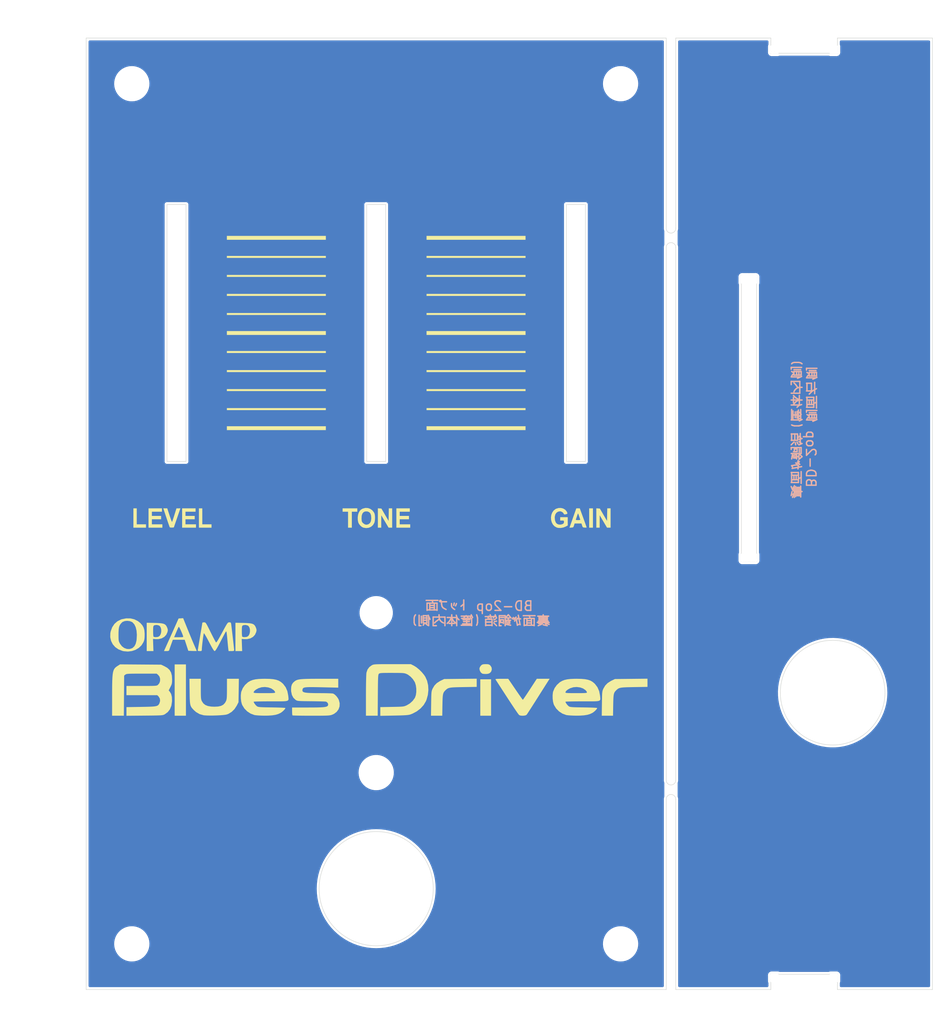
<source format=kicad_pcb>
(kicad_pcb (version 20211014) (generator pcbnew)
  (layers (0 "F.Cu" signal) (31 "B.Cu" signal) (34 "B.Paste" user) (35 "F.Paste" user) (36 "B.SilkS" user "B.Silkscreen") (37 "F.SilkS" user "F.Silkscreen") (38 "B.Mask" user) (39 "F.Mask" user) (44 "Edge.Cuts" user))
  (net 0 "")
  (footprint "myFoot:LevelToneGain" (layer "F.Cu") (at 0 -49.6)
    (fp_text reference "G***" hide)
    (fp_text value "LOGO" hide)
    (fp_poly (pts (xy 3.533913 -0.618435) (xy 2.47374 -0.618435) (xy 2.47374 -0.176695) (xy 3.445566 -0.176695) (xy 3.445566 0.176696) (xy 2.47374 0.176696) (xy 2.47374 0.706783) (xy 3.578087 0.706783) (xy 3.578087 1.060174) (xy 2.120348 1.060174) (xy 2.120348 -0.971826) (xy 3.533913 -0.971826)) (layer "F.SilkS") (width 0) (fill solid))
    (fp_poly (pts (xy 23.332465 -0.963322) (xy 23.5178 -0.949739) (xy 23.895683 -0.300906) (xy 24.273566 0.347928) (xy 24.297954 -0.971826) (xy 24.649044 -0.971826) (xy 24.649044 1.060174) (xy 24.273566 1.059654) (xy 23.88784 0.408349) (xy 23.502115 -0.242956) (xy 23.501318 0.408609) (xy 23.500522 1.060174) (xy 23.147131 1.060174) (xy 23.147131 -0.976906)) (layer "F.SilkS") (width 0) (fill solid))
    (fp_poly (pts (xy -18.288 0.706783) (xy -17.316173 0.706783) (xy -17.316173 1.060174) (xy -18.641391 1.060174) (xy -18.641391 -0.971826) (xy -18.288 -0.971826)) (layer "F.SilkS") (width 0) (fill solid))
    (fp_poly (pts (xy 0.362031 -0.963322) (xy 0.547365 -0.949739) (xy 0.925248 -0.300906) (xy 1.303131 0.347928) (xy 1.327519 -0.971826) (xy 1.678609 -0.971826) (xy 1.678609 1.060174) (xy 1.303131 1.059654) (xy 0.917405 0.408349) (xy 0.53168 -0.242956) (xy 0.530884 0.408609) (xy 0.530087 1.060174) (xy 0.176696 1.060174) (xy 0.176696 -0.976906)) (layer "F.SilkS") (width 0) (fill solid))
    (fp_poly (pts (xy 22.79374 1.060174) (xy 22.396174 1.060174) (xy 22.396174 -0.971826) (xy 22.79374 -0.971826)) (layer "F.SilkS") (width 0) (fill solid))
    (fp_poly (pts (xy -25.17913 0.706783) (xy -24.207304 0.706783) (xy -24.207304 1.060174) (xy -25.532521 1.060174) (xy -25.532521 -0.971826) (xy -25.17913 -0.971826)) (layer "F.SilkS") (width 0) (fill solid))
    (fp_poly (pts (xy -18.994782 -0.618435) (xy -20.054956 -0.618435) (xy -20.054956 -0.176695) (xy -19.08313 -0.176695) (xy -19.08313 0.176696) (xy -20.054956 0.176696) (xy -20.054956 0.706783) (xy -18.950608 0.706783) (xy -18.950608 1.060174) (xy -20.408347 1.060174) (xy -20.408347 -0.971826) (xy -18.994782 -0.971826)) (layer "F.SilkS") (width 0) (fill solid))
    (fp_poly (pts (xy -21.734493 -0.241718) (xy -21.656167 -0.007204) (xy -21.585356 0.192107) (xy -21.526937 0.34349) (xy -21.485787 0.434215) (xy -21.467926 0.454021) (xy -21.445429 0.402159) (xy -21.402115 0.280691) (xy -21.34301 0.104492) (xy -21.27314 -0.111559) (xy -21.221522 -0.27532) (xy -21.004695 -0.970293) (xy -20.79779 -0.971059) (xy -20.590885 -0.971826) (xy -20.936253 0.033131) (xy -21.281621 1.038087) (xy -21.481504 1.051387) (xy -21.611496 1.049511) (xy -21.697056 1.028199) (xy -21.711636 1.015744) (xy -21.733774 0.961347) (xy -21.779323 0.835551) (xy -21.843946 0.650835) (xy -21.923303 0.419676) (xy -22.013054 0.154554) (xy -22.065709 -0.002513) (xy -22.389532 -0.971826) (xy -21.971483 -0.971826)) (layer "F.SilkS") (width 0) (fill solid))
    (fp_poly (pts (xy -1.987826 -0.618435) (xy -2.562087 -0.618435) (xy -2.562087 1.060174) (xy -2.959652 1.060174) (xy -2.959652 -0.618435) (xy -3.533913 -0.618435) (xy -3.533913 -0.971826) (xy -1.987826 -0.971826)) (layer "F.SilkS") (width 0) (fill solid))
    (fp_poly (pts (xy -0.868922 -1.002359) (xy -0.620112 -0.915401) (xy -0.403957 -0.761298) (xy -0.236001 -0.546747) (xy -0.175176 -0.419456) (xy -0.139002 -0.262774) (xy -0.123436 -0.054081) (xy -0.127779 0.172894) (xy -0.151329 0.384425) (xy -0.193386 0.546783) (xy -0.195357 0.551571) (xy -0.339013 0.789636) (xy -0.537433 0.963872) (xy -0.779739 1.069583) (xy -1.055052 1.102071) (xy -1.352495 1.05664) (xy -1.360052 1.054485) (xy -1.519738 0.973094) (xy -1.678968 0.834242) (xy -1.811761 0.665047) (xy -1.889495 0.501815) (xy -1.937554 0.243073) (xy -1.939944 0.094015) (xy -1.53967 0.094015) (xy -1.538526 0.120067) (xy -1.527293 0.292319) (xy -1.507984 0.404184) (xy -1.470104 0.483591) (xy -1.403161 0.558468) (xy -1.357916 0.600732) (xy -1.184751 0.718361) (xy -1.009381 0.749882) (xy -0.820101 0.69702) (xy -0.793684 0.683948) (xy -0.650039 0.565949) (xy -0.559358 0.385318) (xy -0.519479 0.13706) (xy -0.517094 0.044174) (xy -0.539821 -0.228976) (xy -0.610112 -0.430671) (xy -0.731136 -0.565839) (xy -0.90606 -0.639408) (xy -0.962904 -0.649345) (xy -1.174073 -0.642677) (xy -1.339539 -0.562058) (xy -1.457098 -0.410438) (xy -1.524544 -0.190764) (xy -1.53967 0.094015) (xy -1.939944 0.094015) (xy -1.942079 -0.039181) (xy -1.904857 -0.309147) (xy -1.839046 -0.508) (xy -1.735855 -0.695999) (xy -1.622012 -0.823591) (xy -1.471179 -0.917315) (xy -1.402323 -0.948054) (xy -1.134841 -1.015476)) (layer "F.SilkS") (width 0) (fill solid))
    (fp_poly (pts (xy 19.666776 -0.95167) (xy 19.870365 -0.833058) (xy 20.021655 -0.66045) (xy 20.043885 -0.620175) (xy 20.100891 -0.493382) (xy 20.103873 -0.418168) (xy 20.041846 -0.37423) (xy 19.903828 -0.341261) (xy 19.891774 -0.338978) (xy 19.788156 -0.330684) (xy 19.737209 -0.365318) (xy 19.723511 -0.398011) (xy 19.646637 -0.515861) (xy 19.516376 -0.610946) (xy 19.367689 -0.659747) (xy 19.331174 -0.661957) (xy 19.121543 -0.621956) (xy 18.955013 -0.509842) (xy 18.838725 -0.3342) (xy 18.779823 -0.103615) (xy 18.773913 0.007952) (xy 18.802081 0.290103) (xy 18.885398 0.510125) (xy 18.985258 0.633222) (xy 19.134742 0.713407) (xy 19.323023 0.740465) (xy 19.516213 0.71149) (xy 19.58498 0.684654) (xy 19.691485 0.622733) (xy 19.73707 0.55216) (xy 19.74574 0.458793) (xy 19.741204 0.366882) (xy 19.711571 0.323358) (xy 19.632803 0.310134) (xy 19.546957 0.309218) (xy 19.348174 0.309218) (xy 19.348174 -0.044174) (xy 20.143305 -0.044174) (xy 20.143305 0.825263) (xy 19.917414 0.948209) (xy 19.672002 1.044861) (xy 19.402098 1.0908) (xy 19.14081 1.082692) (xy 18.979551 1.042624) (xy 18.756315 0.916331) (xy 18.584165 0.732745) (xy 18.463515 0.506944) (xy 18.394779 0.254006) (xy 18.37837 -0.010992) (xy 18.414701 -0.272971) (xy 18.504186 -0.516854) (xy 18.647238 -0.727562) (xy 18.844271 -0.890019) (xy 18.925397 -0.932387) (xy 19.175974 -1.006447) (xy 19.429207 -1.01117)) (layer "F.SilkS") (width 0) (fill solid))
    (fp_poly (pts (xy -22.528695 -0.618435) (xy -23.588869 -0.618435) (xy -23.588869 -0.176695) (xy -22.617043 -0.176695) (xy -22.617043 0.176696) (xy -23.588869 0.176696) (xy -23.588869 0.706783) (xy -22.484521 0.706783) (xy -22.484521 1.060174) (xy -23.94226 1.060174) (xy -23.94226 -0.971826) (xy -22.528695 -0.971826)) (layer "F.SilkS") (width 0) (fill solid))
    (fp_poly (pts (xy 21.770052 0.019659) (xy 21.871174 0.298413) (xy 21.961369 0.549116) (xy 22.036461 0.759993) (xy 22.092277 0.919273) (xy 22.124643 1.015183) (xy 22.131131 1.038079) (xy 22.091663 1.051266) (xy 21.991318 1.054467) (xy 21.923271 1.051551) (xy 21.798633 1.039535) (xy 21.729087 1.008867) (xy 21.686102 0.936193) (xy 21.650472 0.828261) (xy 21.585533 0.618435) (xy 20.865598 0.618435) (xy 20.800659 0.828261) (xy 20.758078 0.953108) (xy 20.712473 1.016687) (xy 20.635461 1.042362) (xy 20.529458 1.051486) (xy 20.323196 1.064884) (xy 20.546833 0.433051) (xy 20.625781 0.209826) (xy 20.993506 0.209826) (xy 21.008427 0.243117) (xy 21.091228 0.260647) (xy 21.225566 0.265044) (xy 21.37555 0.259096) (xy 21.448489 0.239569) (xy 21.457625 0.209826) (xy 21.434261 0.142249) (xy 21.392274 0.017344) (xy 21.340607 -0.13828) (xy 21.338863 -0.143565) (xy 21.288684 -0.289765) (xy 21.248521 -0.396092) (xy 21.226416 -0.44138) (xy 21.225566 -0.441739) (xy 21.205542 -0.403182) (xy 21.166715 -0.301623) (xy 21.117126 -0.158229) (xy 21.112269 -0.143565) (xy 21.060437 0.012612) (xy 21.017994 0.138938) (xy 20.993882 0.208803) (xy 20.993506 0.209826) (xy 20.625781 0.209826) (xy 20.639415 0.171275) (xy 20.734993 -0.099326) (xy 20.823433 -0.350036) (xy 20.894599 -0.55214) (xy 20.906255 -0.585304) (xy 21.042041 -0.971826) (xy 21.408972 -0.971826)) (layer "F.SilkS") (width 0) (fill solid))
  )
  (footprint "myFoot:kado" (layer "F.Cu") (at 38.4 -75 180)
    (fp_text reference "r" hide)
    (fp_text value "h" hide)
    (pad "" np_thru_hole oval (at -0.1 -0.4 180) (size 0.3 0.9) (drill oval 0.3 0.9) (layers F&B.Cu *.Mask))
    (pad "" np_thru_hole oval (at -0.4 -0.1 90) (size 0.3 0.9) (drill oval 0.3 0.9) (layers F&B.Cu *.Mask))
  )
  (footprint "myFoot:Hole_0.4mm" (layer "F.Cu") (at 25.7 -95.2)
    (fp_text reference "r" hide)
    (fp_text value "h" hide)
    (pad "" np_thru_hole circle locked (at 0 0) (size 3.2 3.2) (drill 3.2) (layers F&B.Cu *.Mask))
  )
  (footprint "myFoot:kado" (layer "F.Cu") (at 38.4 -45 -90)
    (fp_text reference "r" hide)
    (fp_text value "h" hide)
    (pad "" np_thru_hole oval (at -0.1 -0.4 270) (size 0.3 0.9) (drill oval 0.3 0.9) (layers F&B.Cu *.Mask))
    (pad "" np_thru_hole oval (at -0.4 -0.1 180) (size 0.3 0.9) (drill oval 0.3 0.9) (layers F&B.Cu *.Mask))
  )
  (footprint "myFoot:kado" (layer "F.Cu") (at 40 -45)
    (fp_text reference "r" hide)
    (fp_text value "h" hide)
    (pad "" np_thru_hole oval (at -0.4 -0.1 270) (size 0.3 0.9) (drill oval 0.3 0.9) (layers F&B.Cu *.Mask))
    (pad "" np_thru_hole oval (at -0.1 -0.4) (size 0.3 0.9) (drill oval 0.3 0.9) (layers F&B.Cu *.Mask))
  )
  (footprint "myFoot:Hole_0.4mm" (layer "F.Cu") (at 0 -22.8)
    (fp_text reference "r" hide)
    (fp_text value "h" hide)
    (pad "" np_thru_hole circle locked (at 0 0) (size 3.2 3.2) (drill 3.2) (layers F&B.Cu *.Mask))
  )
  (footprint "myFoot:kado" (layer "F.Cu") (at 41.5 -1.6 180)
    (fp_text reference "r" hide)
    (fp_text value "h" hide)
    (pad "" np_thru_hole oval (at -0.4 -0.1 90) (size 0.3 0.9) (drill oval 0.3 0.9) (layers F&B.Cu *.Mask))
    (pad "" np_thru_hole oval (at -0.1 -0.4 180) (size 0.3 0.9) (drill oval 0.3 0.9) (layers F&B.Cu *.Mask))
  )
  (footprint "myFoot:kado" (layer "F.Cu") (at 40 -75 90)
    (fp_text reference "r" hide)
    (fp_text value "h" hide)
    (pad "" np_thru_hole oval (at -0.4 -0.1) (size 0.3 0.9) (drill oval 0.3 0.9) (layers F&B.Cu *.Mask))
    (pad "" np_thru_hole oval (at -0.1 -0.4 90) (size 0.3 0.9) (drill oval 0.3 0.9) (layers F&B.Cu *.Mask))
  )
  (footprint "myFoot:Hole_0.4mm" (layer "F.Cu") (at 25.7 -4.8)
    (fp_text reference "r" hide)
    (fp_text value "h" hide)
    (pad "" np_thru_hole circle locked (at 0 0) (size 3.2 3.2) (drill 3.2) (layers F&B.Cu *.Mask))
  )
  (footprint "myFoot:kado" (layer "F.Cu") (at 48.5 -1.6 90)
    (fp_text reference "r" hide)
    (fp_text value "h" hide)
    (pad "" np_thru_hole oval (at -0.4 -0.1) (size 0.3 0.9) (drill oval 0.3 0.9) (layers F&B.Cu *.Mask))
    (pad "" np_thru_hole oval (at -0.1 -0.4 90) (size 0.3 0.9) (drill oval 0.3 0.9) (layers F&B.Cu *.Mask))
  )
  (footprint "myFoot:Hole_0.4mm" (layer "F.Cu") (at -25.7 -95.2)
    (fp_text reference "r" hide)
    (fp_text value "h" hide)
    (pad "" np_thru_hole circle locked (at 0 0) (size 3.2 3.2) (drill 3.2) (layers F&B.Cu *.Mask))
  )
  (footprint "myFoot:kado" (layer "F.Cu") (at 41.5 -98.4 -90)
    (fp_text reference "r" hide)
    (fp_text value "h" hide)
    (pad "" np_thru_hole oval (at -0.4 -0.1 180) (size 0.3 0.9) (drill oval 0.3 0.9) (layers F&B.Cu *.Mask))
    (pad "" np_thru_hole oval (at -0.1 -0.4 270) (size 0.3 0.9) (drill oval 0.3 0.9) (layers F&B.Cu *.Mask))
  )
  (footprint "myFoot:bd2op" (layer "F.Cu") (at 0 -33.9)
    (fp_text reference "G***" hide)
    (fp_text value "LOGO" hide)
    (fp_poly (pts (xy -13.967304 -4.628807) (xy -13.582856 -4.616158) (xy -13.29014 -4.593039) (xy -13.07313 -4.553575) (xy -12.915802 -4.491895) (xy -12.802129 -4.402125) (xy -12.716086 -4.278392) (xy -12.655096 -4.147922) (xy -12.595267 -3.977531) (xy -12.584308 -3.839521) (xy -12.617631 -3.672597) (xy -12.6191 -3.667121) (xy -12.74793 -3.382764) (xy -12.957481 -3.159342) (xy -13.234521 -3.004819) (xy -13.565819 -2.927163) (xy -13.851886 -2.924952) (xy -14.141773 -2.948991) (xy -14.119004 -2.310377) (xy -14.096235 -1.671762) (xy -14.803185 -1.671762) (xy -14.803185 -3.75058) (xy -14.129087 -3.75058) (xy -14.124267 -3.467807) (xy -14.109031 -3.282382) (xy -14.08222 -3.184193) (xy -14.061678 -3.163529) (xy -13.895421 -3.134092) (xy -13.69387 -3.147327) (xy -13.563748 -3.181398) (xy -13.423989 -3.286943) (xy -13.328377 -3.461779) (xy -13.278113 -3.677337) (xy -13.274399 -3.905047) (xy -13.318437 -4.11634) (xy -13.41143 -4.282646) (xy -13.514139 -4.36072) (xy -13.737013 -4.41759) (xy -13.952839 -4.39602) (xy -14.024777 -4.366255) (xy -14.072083 -4.330037) (xy -14.10259 -4.268211) (xy -14.119873 -4.159675) (xy -14.127509 -3.983323) (xy -14.129087 -3.75058) (xy -14.803185 -3.75058) (xy -14.803185 -4.646785)) (layer "F.SilkS") (width 0) (fill solid))
    (fp_poly (pts (xy -15.340553 -4.684814) (xy -15.2841 -4.645229) (xy -15.254757 -4.544663) (xy -15.239667 -4.435563) (xy -15.205259 -4.155316) (xy -15.166591 -3.832019) (xy -15.125618 -3.482947) (xy -15.084297 -3.125375) (xy -15.044584 -2.776577) (xy -15.008437 -2.453829) (xy -14.97781 -2.174407) (xy -14.954661 -1.955585) (xy -14.940945 -1.814639) (xy -14.938004 -1.771779) (xy -14.953558 -1.713355) (xy -15.016896 -1.683085) (xy -15.153033 -1.672438) (xy -15.231303 -1.671762) (xy -15.524602 -1.671762) (xy -15.55444 -1.900955) (xy -15.571167 -2.047116) (xy -15.593811 -2.269004) (xy -15.619231 -2.534872) (xy -15.641161 -2.777282) (xy -15.66629 -3.048787) (xy -15.691565 -3.297273) (xy -15.713891 -3.493677) (xy -15.728992 -3.602387) (xy -15.753585 -3.716731) (xy -15.78178 -3.737518) (xy -15.831432 -3.67829) (xy -15.877639 -3.600136) (xy -15.96422 -3.442573) (xy -16.082316 -3.222154) (xy -16.223067 -2.955432) (xy -16.377613 -2.65896) (xy -16.395722 -2.623992) (xy -16.579858 -2.273598) (xy -16.724104 -2.01228) (xy -16.833921 -1.831254) (xy -16.914767 -1.721737) (xy -16.972104 -1.674946) (xy -16.987639 -1.671762) (xy -17.037669 -1.698525) (xy -17.109318 -1.784632) (xy -17.208 -1.938816) (xy -17.339128 -2.169807) (xy -17.508118 -2.486336) (xy -17.588546 -2.640819) (xy -17.743096 -2.933109) (xy -17.881195 -3.182509) (xy -17.995304 -3.376325) (xy -18.077881 -3.50186) (xy -18.12139 -3.546419) (xy -18.124962 -3.54411) (xy -18.145413 -3.464719) (xy -18.173497 -3.30184) (xy -18.206218 -3.079314) (xy -18.240584 -2.820984) (xy -18.273599 -2.550692) (xy -18.30227 -2.29228) (xy -18.323602 -2.06959) (xy -18.334602 -1.906464) (xy -18.335457 -1.867936) (xy -18.341568 -1.742352) (xy -18.380648 -1.686545) (xy -18.48381 -1.672218) (xy -18.551168 -1.671762) (xy -18.686281 -1.681073) (xy -18.761399 -1.704331) (xy -18.766879 -1.71372) (xy -18.75819 -1.776033) (xy -18.733691 -1.930386) (xy -18.695737 -2.162501) (xy -18.646681 -2.458102) (xy -18.588877 -2.802913) (xy -18.52468 -3.182658) (xy -18.524579 -3.183252) (xy -18.460367 -3.562945) (xy -18.402519 -3.907636) (xy -18.353392 -4.203069) (xy -18.315343 -4.434987) (xy -18.290728 -4.589133) (xy -18.281904 -4.651249) (xy -18.281904 -4.651274) (xy -18.234362 -4.678588) (xy -18.118759 -4.691553) (xy -18.102479 -4.69172) (xy -18.04228 -4.689626) (xy -17.990749 -4.675274) (xy -17.939798 -4.636562) (xy -17.881343 -4.561385) (xy -17.807299 -4.43764) (xy -17.709581 -4.253223) (xy -17.580104 -3.996031) (xy -17.415079 -3.662655) (xy -17.261219 -3.354558) (xy -17.120154 -3.078401) (xy -16.999829 -2.849237) (xy -16.908194 -2.682123) (xy -16.853197 -2.592114) (xy -16.844596 -2.582023) (xy -16.80538 -2.596229) (xy -16.734457 -2.683187) (xy -16.628396 -2.848392) (xy -16.483767 -3.097342) (xy -16.297141 -3.435532) (xy -16.202412 -3.611088) (xy -16.015676 -3.958173) (xy -15.871712 -4.221647) (xy -15.762468 -4.413028) (xy -15.679891 -4.543835) (xy -15.615931 -4.625588) (xy -15.562534 -4.669804) (xy -15.511649 -4.688002) (xy -15.455225 -4.691703) (xy -15.447027 -4.69172)) (layer "F.SilkS") (width 0) (fill solid))
    (fp_poly (pts (xy -23.296816 -4.628807) (xy -22.912367 -4.616158) (xy -22.619651 -4.593039) (xy -22.402642 -4.553575) (xy -22.245314 -4.491895) (xy -22.131641 -4.402125) (xy -22.045598 -4.278392) (xy -21.984608 -4.147922) (xy -21.924778 -3.977531) (xy -21.91382 -3.839521) (xy -21.947143 -3.672597) (xy -21.948612 -3.667121) (xy -22.077442 -3.382764) (xy -22.286992 -3.159342) (xy -22.564033 -3.004819) (xy -22.89533 -2.927163) (xy -23.181398 -2.924952) (xy -23.471285 -2.948991) (xy -23.448516 -2.310377) (xy -23.425747 -1.671762) (xy -24.132697 -1.671762) (xy -24.132697 -3.75058) (xy -23.458599 -3.75058) (xy -23.453778 -3.467807) (xy -23.438543 -3.282382) (xy -23.411731 -3.184193) (xy -23.391189 -3.163529) (xy -23.224932 -3.134092) (xy -23.023382 -3.147327) (xy -22.893259 -3.181398) (xy -22.7535 -3.286943) (xy -22.657888 -3.461779) (xy -22.607624 -3.677337) (xy -22.603911 -3.905047) (xy -22.647949 -4.11634) (xy -22.740941 -4.282646) (xy -22.843651 -4.36072) (xy -23.066524 -4.41759) (xy -23.282351 -4.39602) (xy -23.354289 -4.366255) (xy -23.401594 -4.330037) (xy -23.432101 -4.268211) (xy -23.449385 -4.159675) (xy -23.45702 -3.983323) (xy -23.458599 -3.75058) (xy -24.132697 -3.75058) (xy -24.132697 -4.646785)) (layer "F.SilkS") (width 0) (fill solid))
    (fp_poly (pts (xy -25.853199 -5.10547) (xy -25.433229 -5.007764) (xy -25.053643 -4.819213) (xy -24.786001 -4.602509) (xy -24.588872 -4.376969) (xy -24.457521 -4.143541) (xy -24.381661 -3.873854) (xy -24.351004 -3.539538) (xy -24.349053 -3.397452) (xy -24.354569 -3.126148) (xy -24.374307 -2.926204) (xy -24.414103 -2.761453) (xy -24.477673 -2.60043) (xy -24.681489 -2.273327) (xy -24.96324 -2.005042) (xy -25.306398 -1.802339) (xy -25.694434 -1.671986) (xy -26.110819 -1.620746) (xy -26.539026 -1.655386) (xy -26.698078 -1.691573) (xy -27.105266 -1.851671) (xy -27.442619 -2.087055) (xy -27.703325 -2.386141) (xy -27.880569 -2.737342) (xy -27.967538 -3.129073) (xy -27.960434 -3.424416) (xy -27.098726 -3.424416) (xy -27.097714 -3.135597) (xy -27.091888 -2.929729) (xy -27.077062 -2.781913) (xy -27.04905 -2.667244) (xy -27.003667 -2.560823) (xy -26.936726 -2.437747) (xy -26.931253 -2.428091) (xy -26.738131 -2.175827) (xy -26.497434 -1.996881) (xy -26.229123 -1.897578) (xy -25.953162 -1.884242) (xy -25.689512 -1.963199) (xy -25.610205 -2.009523) (xy -25.424571 -2.184324) (xy -25.293393 -2.430621) (xy -25.211135 -2.760281) (xy -25.191973 -2.905912) (xy -25.168312 -3.383995) (xy -25.202096 -3.81155) (xy -25.290294 -4.177605) (xy -25.429879 -4.471187) (xy -25.617822 -4.68132) (xy -25.696603 -4.734352) (xy -25.926685 -4.821217) (xy -26.186964 -4.850465) (xy -26.441267 -4.823683) (xy -26.653418 -4.742456) (xy -26.724738 -4.689275) (xy -26.869597 -4.536844) (xy -26.972676 -4.378337) (xy -27.040503 -4.191675) (xy -27.079607 -3.954777) (xy -27.096516 -3.645565) (xy -27.098726 -3.424416) (xy -27.960434 -3.424416) (xy -27.957419 -3.549748) (xy -27.915333 -3.761459) (xy -27.758795 -4.181734) (xy -27.524981 -4.529135) (xy -27.217614 -4.799623) (xy -26.84042 -4.989158) (xy -26.758253 -5.016587) (xy -26.299543 -5.109392)) (layer "F.SilkS") (width 0) (fill solid))
    (fp_poly (pts (xy -18.443312 2.30187) (xy -18.442416 2.672401) (xy -18.438716 2.952525) (xy -18.430697 3.159685) (xy -18.416841 3.311322) (xy -18.395633 3.424878) (xy -18.365556 3.517794) (xy -18.330828 3.595761) (xy -18.18052 3.824366) (xy -17.974547 3.991661) (xy -17.701346 4.102754) (xy -17.349354 4.162752) (xy -17.014225 4.177359) (xy -16.624851 4.157847) (xy -16.320702 4.090837) (xy -16.086966 3.969149) (xy -15.90883 3.7856) (xy -15.79492 3.5862) (xy -15.759867 3.497431) (xy -15.73393 3.393369) (xy -15.715771 3.257004) (xy -15.704053 3.071324) (xy -15.697437 2.819319) (xy -15.694585 2.483979) (xy -15.694178 2.305414) (xy -15.692994 1.24034) (xy -14.441117 1.24034) (xy -14.460368 2.472655) (xy -14.479618 3.704969) (xy -14.668365 4.074254) (xy -14.902657 4.43107) (xy -15.200103 4.721488) (xy -15.542253 4.929196) (xy -15.705622 4.991251) (xy -15.869177 5.024626) (xy -16.116837 5.053412) (xy -16.424918 5.076828) (xy -16.769736 5.094092) (xy -17.127609 5.10442) (xy -17.474852 5.107032) (xy -17.787782 5.101144) (xy -18.042715 5.085976) (xy -18.157211 5.072217) (xy -18.572255 4.955022) (xy -18.941691 4.741043) (xy -19.168205 4.540183) (xy -19.29452 4.408004) (xy -19.393635 4.291375) (xy -19.469049 4.175098) (xy -19.524257 4.043975) (xy -19.562757 3.882811) (xy -19.588046 3.676407) (xy -19.60362 3.409567) (xy -19.612977 3.067093) (xy -19.619613 2.633788) (xy -19.620391 2.575053) (xy -19.638023 1.24034) (xy -18.443312 1.24034)) (layer "F.SilkS") (width 0) (fill solid))
    (fp_poly (pts (xy -19.846779 -4.006614) (xy -19.695718 -3.635555) (xy -19.539488 -3.25602) (xy -19.388943 -2.894077) (xy -19.254933 -2.575791) (xy -19.148311 -2.327232) (xy -19.133946 -2.294368) (xy -19.033467 -2.063942) (xy -18.951132 -1.872418) (xy -18.895402 -1.739665) (xy -18.874736 -1.685556) (xy -18.874735 -1.6855) (xy -18.92441 -1.678946) (xy -19.056636 -1.677336) (xy -19.246215 -1.68081) (xy -19.316177 -1.683063) (xy -19.757618 -1.698726) (xy -19.947992 -2.27845) (xy -20.138365 -2.858174) (xy -21.385355 -2.858174) (xy -21.555644 -2.386306) (xy -21.635057 -2.163424) (xy -21.703105 -1.967295) (xy -21.749279 -1.828421) (xy -21.760019 -1.7931) (xy -21.796098 -1.718811) (xy -21.870351 -1.682727) (xy -22.014114 -1.671997) (xy -22.055926 -1.671762) (xy -22.317747 -1.671762) (xy -21.777178 -2.871656) (xy -21.661877 -3.127813) (xy -21.249006 -3.127813) (xy -20.759298 -3.127813) (xy -20.52871 -3.128844) (xy -20.386974 -3.135344) (xy -20.315084 -3.152424) (xy -20.294037 -3.185195) (xy -20.304829 -3.238766) (xy -20.308095 -3.249151) (xy -20.373434 -3.434273) (xy -20.456247 -3.639958) (xy -20.546095 -3.843907) (xy -20.632543 -4.023821) (xy -20.705154 -4.157402) (xy -20.753492 -4.222352) (xy -20.764191 -4.223652) (xy -20.804864 -4.154545) (xy -20.871764 -4.015163) (xy -20.950661 -3.835214) (xy -20.953327 -3.828875) (xy -21.040313 -3.621946) (xy -21.121655 -3.428822) (xy -21.174763 -3.303079) (xy -21.249006 -3.127813) (xy -21.661877 -3.127813) (xy -21.610655 -3.241609) (xy -21.444321 -3.611727) (xy -21.288077 -3.959938) (xy -21.151822 -4.264168) (xy -21.045457 -4.502344) (xy -21.009196 -4.583864) (xy -20.781785 -5.096178) (xy -20.541093 -5.112134) (xy -20.300402 -5.12809)) (layer "F.SilkS") (width 0) (fill solid))
    (fp_poly (pts (xy 12.07983 5.123142) (xy 10.947346 5.123142) (xy 10.947346 1.294268) (xy 12.07983 1.294268)) (layer "F.SilkS") (width 0) (fill solid))
    (fp_poly (pts (xy 18.142699 1.388641) (xy 18.092214 1.467203) (xy 17.991212 1.625746) (xy 17.846795 1.853073) (xy 17.666065 2.137989) (xy 17.456123 2.469299) (xy 17.224071 2.835807) (xy 16.977009 3.226318) (xy 16.971096 3.235669) (xy 16.724853 3.62406) (xy 16.494022 3.986275) (xy 16.285556 4.311542) (xy 16.10641 4.589089) (xy 15.963536 4.808145) (xy 15.86389 4.957938) (xy 15.814425 5.027696) (xy 15.813502 5.028769) (xy 15.70754 5.085196) (xy 15.536536 5.117668) (xy 15.340918 5.124782) (xy 15.161117 5.105137) (xy 15.037561 5.057332) (xy 15.035502 5.055732) (xy 14.97331 4.985407) (xy 14.859909 4.832121) (xy 14.694408 4.594548) (xy 14.475915 4.271362) (xy 14.203539 3.861238) (xy 13.876387 3.362849) (xy 13.493568 2.77487) (xy 13.285435 2.453716) (xy 13.087226 2.147323) (xy 12.907401 1.869062) (xy 12.754648 1.632402) (xy 12.637657 1.450812) (xy 12.565118 1.337762) (xy 12.546126 1.307749) (xy 12.551502 1.27912) (xy 12.617279 1.259554) (xy 12.756271 1.247753) (xy 12.981295 1.242416) (xy 13.195649 1.241826) (xy 13.886412 1.243312) (xy 14.638368 2.347346) (xy 14.846233 2.650767) (xy 15.034474 2.922171) (xy 15.194567 3.14954) (xy 15.317987 3.320857) (xy 15.396209 3.424105) (xy 15.420322 3.449658) (xy 15.456832 3.405922) (xy 15.543538 3.28391) (xy 15.67209 3.095931) (xy 15.834142 2.854293) (xy 16.021345 2.571306) (xy 16.170099 2.344138) (xy 16.88988 1.24034) (xy 18.240005 1.24034)) (layer "F.SilkS") (width 0) (fill solid))
    (fp_poly (pts (xy -3.990658 2.17271) (xy -5.704616 2.133758) (xy -6.21982 2.122854) (xy -6.637797 2.116677) (xy -6.969117 2.116347) (xy -7.224347 2.122985) (xy -7.414055 2.137713) (xy -7.548812 2.16165) (xy -7.639185 2.195918) (xy -7.695743 2.241637) (xy -7.729054 2.299928) (xy -7.74452 2.350082) (xy -7.761481 2.45337) (xy -7.749162 2.537429) (xy -7.698256 2.604194) (xy -7.599456 2.655602) (xy -7.443453 2.693587) (xy -7.22094 2.720086) (xy -6.922611 2.737033) (xy -6.539156 2.746363) (xy -6.06127 2.750013) (xy -5.819804 2.750318) (xy -5.467405 2.752448) (xy -5.14555 2.758405) (xy -4.871973 2.767539) (xy -4.664409 2.7792) (xy -4.540591 2.792739) (xy -4.519965 2.797936) (xy -4.357005 2.899212) (xy -4.183683 3.068381) (xy -4.029009 3.272923) (xy -3.930274 3.459009) (xy -3.84123 3.80724) (xy -3.853482 4.142859) (xy -3.960489 4.451183) (xy -4.155712 4.717531) (xy -4.43261 4.92722) (xy -4.623557 5.015417) (xy -4.705864 5.043929) (xy -4.792666 5.066934) (xy -4.89603 5.085021) (xy -5.02802 5.098774) (xy -5.200704 5.10878) (xy -5.426148 5.115624) (xy -5.716419 5.119892) (xy -6.083581 5.122171) (xy -6.539703 5.123047) (xy -6.841868 5.123142) (xy -7.287921 5.122171) (xy -7.699554 5.11941) (xy -8.064401 5.115083) (xy -8.37009 5.109418) (xy -8.604255 5.10264) (xy -8.754526 5.094977) (xy -8.80821 5.08719) (xy -8.825726 5.019226) (xy -8.838521 4.873408) (xy -8.844096 4.679717) (xy -8.844162 4.655768) (xy -8.844162 4.260297) (xy -7.185881 4.259996) (xy -6.658454 4.258579) (xy -6.228382 4.253806) (xy -5.885191 4.244584) (xy -5.618404 4.229819) (xy -5.417546 4.208417) (xy -5.272141 4.179284) (xy -5.171714 4.141325) (xy -5.105788 4.093448) (xy -5.066016 4.03861) (xy -5.049017 3.906146) (xy -5.110301 3.770269) (xy -5.228152 3.667978) (xy -5.29909 3.641522) (xy -5.383966 3.6337) (xy -5.561075 3.625682) (xy -5.814798 3.617885) (xy -6.129515 3.610723) (xy -6.489605 3.604611) (xy -6.852931 3.60022) (xy -7.282913 3.595812) (xy -7.618809 3.591175) (xy -7.874382 3.585053) (xy -8.063397 3.576192) (xy -8.199618 3.563335) (xy -8.296809 3.545229) (xy -8.368734 3.520618) (xy -8.429157 3.488246) (xy -8.485168 3.45138) (xy -8.712673 3.233337) (xy -8.865848 2.93994) (xy -8.942664 2.57587) (xy -8.951816 2.375717) (xy -8.933259 2.072306) (xy -8.869389 1.842514) (xy -8.747389 1.657117) (xy -8.565632 1.495237) (xy -8.472032 1.432485) (xy -8.366721 1.380791) (xy -8.238816 1.339115) (xy -8.077435 1.306413) (xy -7.871695 1.281646) (xy -7.610714 1.263771) (xy -7.283611 1.251747) (xy -6.879502 1.244533) (xy -6.387506 1.241086) (xy -5.902441 1.24034) (xy -3.990658 1.24034)) (layer "F.SilkS") (width 0) (fill solid))
    (fp_poly (pts (xy -24.77983 -0.258245) (xy -22.622718 -0.242675) (xy -22.284217 -0.086358) (xy -21.962522 0.09586) (xy -21.728647 0.312234) (xy -21.57353 0.578031) (xy -21.488112 0.908518) (xy -21.46327 1.296935) (xy -21.46708 1.539427) (xy -21.48439 1.714348) (xy -21.524024 1.861879) (xy -21.594803 2.022204) (xy -21.643392 2.117348) (xy -21.823513 2.462915) (xy -21.699167 2.607476) (xy -21.563965 2.835911) (xy -21.48827 3.141074) (xy -21.470598 3.52979) (xy -21.475035 3.640127) (xy -21.541086 4.077454) (xy -21.688133 4.444049) (xy -21.916973 4.741295) (xy -22.228399 4.970576) (xy -22.245223 4.97978) (xy -22.306378 5.010666) (xy -22.371414 5.035689) (xy -22.452061 5.055582) (xy -22.560051 5.07108) (xy -22.707116 5.082918) (xy -22.904986 5.091828) (xy -23.165393 5.098545) (xy -23.500067 5.103804) (xy -23.920741 5.108338) (xy -24.36189 5.112231) (xy -26.262845 5.128283) (xy -26.262845 4.22021) (xy -24.739385 4.19631) (xy -24.254209 4.187898) (xy -23.864922 4.177942) (xy -23.559558 4.164086) (xy -23.326153 4.143977) (xy -23.152743 4.115259) (xy -23.027363 4.075575) (xy -22.938048 4.022572) (xy -22.872834 3.953894) (xy -22.819756 3.867186) (xy -22.792422 3.813048) (xy -22.723372 3.565019) (xy -22.751715 3.324198) (xy -22.873979 3.115267) (xy -22.89348 3.094824) (xy -23.022274 2.96603) (xy -26.262845 2.96603) (xy -26.262845 1.995329) (xy -24.679247 1.995329) (xy -24.223355 1.995017) (xy -23.862767 1.993544) (xy -23.584932 1.990104) (xy -23.377298 1.98389) (xy -23.227314 1.974097) (xy -23.12243 1.959919) (xy -23.050094 1.940549) (xy -22.997756 1.915181) (xy -22.954855 1.88458) (xy -22.805215 1.704875) (xy -22.727526 1.478254) (xy -22.722677 1.23614) (xy -22.791556 1.009957) (xy -22.925292 0.839132) (xy -23.08938 0.701062) (xy -24.670138 0.701062) (xy -25.126843 0.701457) (xy -25.488131 0.703145) (xy -25.766442 0.706876) (xy -25.974214 0.713399) (xy -26.123885 0.723465) (xy -26.227894 0.737825) (xy -26.298679 0.75723) (xy -26.348677 0.782428) (xy -26.378209 0.80411) (xy -26.50552 0.907158) (xy -26.53611 5.123142) (xy -27.772824 5.123142) (xy -27.7717 3.060403) (xy -27.770353 2.435079) (xy -27.765848 1.907768) (xy -27.756381 1.468636) (xy -27.740149 1.10785) (xy -27.715348 0.815575) (xy -27.680175 0.581978) (xy -27.632826 0.397225) (xy -27.571498 0.251482) (xy -27.494388 0.134915) (xy -27.39969 0.03769) (xy -27.285603 -0.050027) (xy -27.189641 -0.113324) (xy -26.936943 -0.273815)) (layer "F.SilkS") (width 0) (fill solid))
    (fp_poly (pts (xy 11.716416 -0.290719) (xy 11.845737 -0.265816) (xy 11.941827 -0.211012) (xy 12.004481 -0.153789) (xy 12.126632 0.035646) (xy 12.159274 0.249641) (xy 12.101956 0.456998) (xy 12.015001 0.574692) (xy 11.891901 0.669932) (xy 11.740451 0.719004) (xy 11.584499 0.735424) (xy 11.390292 0.734775) (xy 11.21805 0.714202) (xy 11.154341 0.6968) (xy 11.015206 0.592602) (xy 10.909947 0.423249) (xy 10.859254 0.230633) (xy 10.865522 0.1121) (xy 10.929261 -0.033271) (xy 11.03538 -0.168493) (xy 11.132142 -0.241879) (xy 11.247177 -0.28096) (xy 11.417103 -0.295482) (xy 11.516707 -0.296603)) (layer "F.SilkS") (width 0) (fill solid))
    (fp_poly (pts (xy -11.210978 1.250982) (xy -10.82418 1.284316) (xy -10.508803 1.345756) (xy -10.247394 1.440312) (xy -10.0225 1.572991) (xy -9.816668 1.7488) (xy -9.777153 1.78865) (xy -9.518317 2.132209) (xy -9.341503 2.540253) (xy -9.251275 3.002214) (xy -9.250799 3.007362) (xy -9.233242 3.168757) (xy -9.219918 3.298859) (xy -9.220955 3.401012) (xy -9.246477 3.478559) (xy -9.306613 3.534842) (xy -9.411489 3.573206) (xy -9.571231 3.596992) (xy -9.795965 3.609545) (xy -10.09582 3.614207) (xy -10.48092 3.614322) (xy -10.961393 3.613233) (xy -11.0858 3.613163) (xy -11.514529 3.614327) (xy -11.906794 3.617629) (xy -12.250111 3.622791) (xy -12.531996 3.629531) (xy -12.739963 3.637571) (xy -12.861528 3.64663) (xy -12.888546 3.653609) (xy -12.852969 3.753685) (xy -12.764861 3.890565) (xy -12.651114 4.028081) (xy -12.538621 4.130066) (xy -12.529838 4.13603) (xy -12.47449 4.165915) (xy -12.401367 4.189445) (xy -12.297142 4.207588) (xy -12.148487 4.221315) (xy -11.942075 4.231597) (xy -11.664579 4.239403) (xy -11.302674 4.245705) (xy -10.963357 4.25008) (xy -10.58497 4.256241) (xy -10.24463 4.265028) (xy -9.956416 4.275815) (xy -9.734406 4.287973) (xy -9.59268 4.300874) (xy -9.545223 4.313352) (xy -9.585493 4.403335) (xy -9.689633 4.529093) (xy -9.83264 4.665295) (xy -9.989511 4.786608) (xy -10.050469 4.825248) (xy -10.298239 4.94381) (xy -10.588477 5.029364) (xy -10.93789 5.084773) (xy -11.36318 5.112903) (xy -11.756264 5.117759) (xy -12.062829 5.111663) (xy -12.355693 5.09761) (xy -12.605868 5.077541) (xy -12.784366 5.053393) (xy -12.814138 5.047008) (xy -13.209899 4.89942) (xy -13.565938 4.66654) (xy -13.86281 4.365322) (xy -14.081071 4.012718) (xy -14.127289 3.902194) (xy -14.194831 3.638372) (xy -14.231828 3.317015) (xy -14.236286 2.984597) (xy -14.20621 2.687593) (xy -14.202112 2.669427) (xy -12.888748 2.669427) (xy -12.87582 2.696735) (xy -12.828462 2.717258) (xy -12.733815 2.731915) (xy -12.579017 2.741625) (xy -12.351208 2.747306) (xy -12.037527 2.749877) (xy -11.756264 2.750318) (xy -11.376279 2.749536) (xy -11.090976 2.746518) (xy -10.887185 2.740264) (xy -10.75174 2.729771) (xy -10.67147 2.714036) (xy -10.63321 2.692056) (xy -10.623779 2.664099) (xy -10.66083 2.5748) (xy -10.753055 2.458918) (xy -10.785998 2.426345) (xy -11.041288 2.255517) (xy -11.35761 2.147032) (xy -11.705584 2.104425) (xy -12.055831 2.131232) (xy -12.37897 2.230987) (xy -12.385293 2.233908) (xy -12.630056 2.367985) (xy -12.800295 2.504107) (xy -12.88293 2.63096) (xy -12.888748 2.669427) (xy -14.202112 2.669427) (xy -14.183698 2.587795) (xy -14.031122 2.223937) (xy -13.79305 1.889661) (xy -13.491838 1.615438) (xy -13.447868 1.58489) (xy -13.228145 1.458594) (xy -12.985542 1.364861) (xy -12.701455 1.300056) (xy -12.35728 1.260543) (xy -11.934415 1.242688) (xy -11.686651 1.240747)) (layer "F.SilkS") (width 0) (fill solid))
    (fp_poly (pts (xy 10.569851 2.093797) (xy 9.18121 2.114801) (xy 8.724496 2.122677) (xy 8.361773 2.132425) (xy 8.079176 2.146287) (xy 7.862842 2.166508) (xy 7.698906 2.195332) (xy 7.573504 2.235002) (xy 7.472772 2.287763) (xy 7.382845 2.355858) (xy 7.315886 2.4167) (xy 7.211419 2.520564) (xy 7.131418 2.619855) (xy 7.072318 2.730738) (xy 7.030556 2.869378) (xy 7.002571 3.051939) (xy 6.984798 3.294586) (xy 6.973675 3.613484) (xy 6.965983 4.00414) (xy 6.947262 5.123142) (xy 5.761721 5.123142) (xy 5.77948 3.842357) (xy 5.785484 3.436872) (xy 5.791887 3.12337) (xy 5.800273 2.885986) (xy 5.812228 2.708852) (xy 5.829338 2.576103) (xy 5.853187 2.471872) (xy 5.885362 2.380294) (xy 5.927447 2.285502) (xy 5.937095 2.264968) (xy 6.125941 1.948268) (xy 6.371685 1.695483) (xy 6.6964 1.485274) (xy 6.794904 1.435719) (xy 7.145435 1.267304) (xy 10.569851 1.2312)) (layer "F.SilkS") (width 0) (fill solid))
    (fp_poly (pts (xy 28.527813 2.093797) (xy 27.139172 2.114801) (xy 26.682458 2.122677) (xy 26.319735 2.132425) (xy 26.037138 2.146287) (xy 25.820804 2.166508) (xy 25.656868 2.195332) (xy 25.531466 2.235002) (xy 25.430733 2.287763) (xy 25.340807 2.355858) (xy 25.273848 2.4167) (xy 25.169381 2.520564) (xy 25.089379 2.619855) (xy 25.030279 2.730738) (xy 24.988518 2.869378) (xy 24.960533 3.051939) (xy 24.94276 3.294586) (xy 24.931637 3.613484) (xy 24.923945 4.00414) (xy 24.905224 5.123142) (xy 23.719682 5.123142) (xy 23.737442 3.842357) (xy 23.743446 3.436872) (xy 23.749849 3.12337) (xy 23.758235 2.885986) (xy 23.77019 2.708852) (xy 23.7873 2.576103) (xy 23.811149 2.471872) (xy 23.843324 2.380294) (xy 23.885409 2.285502) (xy 23.895057 2.264968) (xy 24.083903 1.948268) (xy 24.329647 1.695483) (xy 24.654361 1.485274) (xy 24.752866 1.435719) (xy 25.103397 1.267304) (xy 28.527813 1.2312)) (layer "F.SilkS") (width 0) (fill solid))
    (fp_poly (pts (xy 3.963042 -0.13482) (xy 4.230256 0.032785) (xy 4.517159 0.26871) (xy 4.794862 0.544977) (xy 5.034476 0.833611) (xy 5.164419 1.028621) (xy 5.352922 1.451253) (xy 5.461111 1.924418) (xy 5.488448 2.426063) (xy 5.434394 2.934137) (xy 5.298412 3.426585) (xy 5.227164 3.600554) (xy 4.992732 3.99656) (xy 4.669232 4.354849) (xy 4.272709 4.661857) (xy 3.819211 4.904021) (xy 3.57523 4.99684) (xy 3.466032 5.025094) (xy 3.317843 5.048119) (xy 3.117938 5.066751) (xy 2.853592 5.081826) (xy 2.51208 5.09418) (xy 2.080678 5.104648) (xy 1.873991 5.108605) (xy 0.431422 5.134608) (xy 0.431422 4.217906) (xy 1.65828 4.196845) (xy 2.053191 4.189742) (xy 2.356992 4.182494) (xy 2.586413 4.173216) (xy 2.758186 4.160028) (xy 2.889041 4.141046) (xy 2.995709 4.114387) (xy 3.094921 4.07817) (xy 3.203408 4.030511) (xy 3.225326 4.02052) (xy 3.545114 3.827382) (xy 3.83258 3.565827) (xy 4.052862 3.268569) (xy 4.080458 3.218117) (xy 4.171812 2.954014) (xy 4.21673 2.628415) (xy 4.215872 2.276853) (xy 4.169895 1.934862) (xy 4.079458 1.637976) (xy 4.050002 1.57501) (xy 3.860058 1.281908) (xy 3.615228 1.01828) (xy 3.346587 0.815139) (xy 3.224218 0.750833) (xy 3.12914 0.710555) (xy 3.03747 0.679794) (xy 2.933373 0.657245) (xy 2.80101 0.641602) (xy 2.624546 0.63156) (xy 2.388144 0.625816) (xy 2.075968 0.623063) (xy 1.67218 0.621997) (xy 1.660452 0.62198) (xy 1.252696 0.622046) (xy 0.939122 0.62417) (xy 0.70606 0.629291) (xy 0.539843 0.638347) (xy 0.426803 0.652278) (xy 0.353269 0.672021) (xy 0.305576 0.698517) (xy 0.285292 0.71642) (xy 0.260997 0.747223) (xy 0.240974 0.793412) (xy 0.224716 0.865216) (xy 0.211715 0.972865) (xy 0.201463 1.126586) (xy 0.193452 1.336609) (xy 0.187174 1.613163) (xy 0.182121 1.966478) (xy 0.177786 2.406781) (xy 0.173659 2.944303) (xy 0.173492 2.967906) (xy 0.158236 5.123142) (xy -1.078557 5.123142) (xy -1.078557 3.000354) (xy -1.077172 2.501183) (xy -1.07321 2.032462) (xy -1.066959 1.607013) (xy -1.058709 1.23766) (xy -1.048747 0.937225) (xy -1.037361 0.718531) (xy -1.024841 0.5944) (xy -1.024368 0.591834) (xy -0.912807 0.264119) (xy -0.715722 0.001579) (xy -0.468744 -0.175763) (xy -0.406791 -0.207433) (xy -0.343863 -0.233023) (xy -0.268343 -0.253181) (xy -0.168612 -0.268555) (xy -0.033054 -0.279792) (xy 0.14995 -0.28754) (xy 0.392017 -0.292448) (xy 0.704765 -0.295161) (xy 1.099813 -0.29633) (xy 1.588778 -0.2966) (xy 1.698726 -0.296603) (xy 3.640127 -0.296603)) (layer "F.SilkS") (width 0) (fill solid))
    (fp_poly (pts (xy 21.577132 1.250982) (xy 21.96393 1.284316) (xy 22.279307 1.345756) (xy 22.540716 1.440312) (xy 22.76561 1.572991) (xy 22.971442 1.7488) (xy 23.010957 1.78865) (xy 23.269793 2.132209) (xy 23.446607 2.540253) (xy 23.536835 3.002214) (xy 23.537312 3.007362) (xy 23.554868 3.168757) (xy 23.568192 3.298859) (xy 23.567156 3.401012) (xy 23.541633 3.478559) (xy 23.481497 3.534842) (xy 23.376622 3.573206) (xy 23.21688 3.596992) (xy 22.992145 3.609545) (xy 22.692291 3.614207) (xy 22.30719 3.614322) (xy 21.826717 3.613233) (xy 21.70231 3.613163) (xy 21.273581 3.614327) (xy 20.881316 3.617629) (xy 20.537999 3.622791) (xy 20.256115 3.629531) (xy 20.048148 3.637571) (xy 19.926583 3.64663) (xy 19.899564 3.653609) (xy 19.935141 3.753685) (xy 20.023249 3.890565) (xy 20.136996 4.028081) (xy 20.24949 4.130066) (xy 20.258273 4.13603) (xy 20.31362 4.165915) (xy 20.386743 4.189445) (xy 20.490969 4.207588) (xy 20.639624 4.221315) (xy 20.846036 4.231597) (xy 21.123531 4.239403) (xy 21.485437 4.245705) (xy 21.824754 4.25008) (xy 22.20314 4.256241) (xy 22.543481 4.265028) (xy 22.831695 4.275815) (xy 23.053704 4.287973) (xy 23.19543 4.300874) (xy 23.242887 4.313352) (xy 23.202617 4.403335) (xy 23.098477 4.529093) (xy 22.95547 4.665295) (xy 22.798599 4.786608) (xy 22.737641 4.825248) (xy 22.489872 4.94381) (xy 22.199633 5.029364) (xy 21.850221 5.084773) (xy 21.424931 5.112903) (xy 21.031847 5.117759) (xy 20.725282 5.111663) (xy 20.432418 5.09761) (xy 20.182243 5.077541) (xy 20.003744 5.053393) (xy 19.973972 5.047008) (xy 19.578212 4.89942) (xy 19.222173 4.66654) (xy 18.9253 4.365322) (xy 18.70704 4.012718) (xy 18.660821 3.902194) (xy 18.59328 3.638372) (xy 18.556282 3.317015) (xy 18.551824 2.984597) (xy 18.5819 2.687593) (xy 18.585998 2.669427) (xy 19.899363 2.669427) (xy 19.912291 2.696735) (xy 19.959648 2.717258) (xy 20.054296 2.731915) (xy 20.209094 2.741625) (xy 20.436903 2.747306) (xy 20.750584 2.749877) (xy 21.031847 2.750318) (xy 21.411831 2.749536) (xy 21.697134 2.746518) (xy 21.900925 2.740264) (xy 22.036371 2.729771) (xy 22.11664 2.714036) (xy 22.1549 2.692056) (xy 22.164331 2.664099) (xy 22.127281 2.5748) (xy 22.035055 2.458918) (xy 22.002112 2.426345) (xy 21.746823 2.255517) (xy 21.430501 2.147032) (xy 21.082526 2.104425) (xy 20.73228 2.131232) (xy 20.409141 2.230987) (xy 20.402818 2.233908) (xy 20.158055 2.367985) (xy 19.987816 2.504107) (xy 19.90518 2.63096) (xy 19.899363 2.669427) (xy 18.585998 2.669427) (xy 18.604413 2.587795) (xy 18.756988 2.223937) (xy 18.99506 1.889661) (xy 19.296273 1.615438) (xy 19.340242 1.58489) (xy 19.559965 1.458594) (xy 19.802569 1.364861) (xy 20.086656 1.300056) (xy 20.43083 1.260543) (xy 20.853695 1.242688) (xy 21.101459 1.240747)) (layer "F.SilkS") (width 0) (fill solid))
    (fp_poly (pts (xy -20.007219 5.123142) (xy -21.193631 5.123142) (xy -21.193631 -0.269639) (xy -20.007219 -0.269639)) (layer "F.SilkS") (width 0) (fill solid))
  )
  (footprint "myFoot:kado" (layer "F.Cu") (at 48.5 -98.4)
    (fp_text reference "r" hide)
    (fp_text value "h" hide)
    (pad "" np_thru_hole oval (at -0.4 -0.1 270) (size 0.3 0.9) (drill oval 0.3 0.9) (layers F&B.Cu *.Mask))
    (pad "" np_thru_hole oval (at -0.1 -0.4) (size 0.3 0.9) (drill oval 0.3 0.9) (layers F&B.Cu *.Mask))
  )
  (footprint "myFoot:Hole_0.4mm" (layer "F.Cu") (at 0 -39.6)
    (fp_text reference "r" hide)
    (fp_text value "h" hide)
    (pad "" np_thru_hole circle locked (at 0 0) (size 3 3) (drill 3) (layers F&B.Cu *.Mask))
  )
  (footprint "myFoot:Hole_0.4mm" (layer "F.Cu") (at -25.7 -4.8)
    (fp_text reference "r" hide)
    (fp_text value "h" hide)
    (pad "" np_thru_hole circle locked (at 0 0) (size 3.2 3.2) (drill 3.2) (layers F&B.Cu *.Mask))
  )
  (gr_rect (start -15.7 -76.9) (end -5.3 -77.1) (layer "F.SilkS") (width 0.01) (fill solid))
  (gr_rect (start 5.3 -62.9) (end 15.7 -63.1) (layer "F.SilkS") (width 0.01) (fill solid))
  (gr_rect (start 5.3 -74.9) (end 15.7 -75.1) (layer "F.SilkS") (width 0.01) (fill solid))
  (gr_rect (start 5.3 -64.9) (end 15.7 -65.1) (layer "F.SilkS") (width 0.01) (fill solid))
  (gr_rect (start 5.3 -76.9) (end 15.7 -77.1) (layer "F.SilkS") (width 0.01) (fill solid))
  (gr_rect (start 5.3 -72.9) (end 15.7 -73.1) (layer "F.SilkS") (width 0.01) (fill solid))
  (gr_rect (start 5.3 -60.9) (end 15.7 -61.1) (layer "F.SilkS") (width 0.01) (fill solid))
  (gr_rect (start 5.3 -70.9) (end 15.7 -71.1) (layer "F.SilkS") (width 0.01) (fill solid))
  (gr_rect (start -15.7 -64.9) (end -5.3 -65.1) (layer "F.SilkS") (width 0.01) (fill solid))
  (gr_rect (start 5.3 -66.9) (end 15.7 -67.1) (layer "F.SilkS") (width 0.01) (fill solid))
  (gr_rect (start -15.7 -74.9) (end -5.3 -75.1) (layer "F.SilkS") (width 0.01) (fill solid))
  (gr_rect (start -15.7 -60.9) (end -5.3 -61.1) (layer "F.SilkS") (width 0.01) (fill solid))
  (gr_rect (start -15.7 -78.8) (end -5.3 -79.2) (layer "F.SilkS") (width 0.01) (fill solid))
  (gr_rect (start 5.3 -68.8) (end 15.7 -69.2) (layer "F.SilkS") (width 0.01) (fill solid))
  (gr_rect (start 5.3 -58.8) (end 15.7 -59.2) (layer "F.SilkS") (width 0.01) (fill solid))
  (gr_rect (start -15.7 -66.9) (end -5.3 -67.1) (layer "F.SilkS") (width 0.01) (fill solid))
  (gr_rect (start -15.7 -72.9) (end -5.3 -73.1) (layer "F.SilkS") (width 0.01) (fill solid))
  (gr_rect (start 5.3 -78.8) (end 15.7 -79.2) (layer "F.SilkS") (width 0.01) (fill solid))
  (gr_rect (start -15.7 -58.8) (end -5.3 -59.2) (layer "F.SilkS") (width 0.01) (fill solid))
  (gr_rect (start -15.7 -70.9) (end -5.3 -71.1) (layer "F.SilkS") (width 0.01) (fill solid))
  (gr_rect (start -15.7 -62.9) (end -5.3 -63.1) (layer "F.SilkS") (width 0.01) (fill solid))
  (gr_rect (start -15.7 -68.8) (end -5.3 -69.2) (layer "F.SilkS") (width 0.01) (fill solid))
  (gr_arc (start 30.5 -78) (mid 31 -78.5) (end 31.5 -78) (layer "Edge.Cuts") (width 0.05))
  (gr_line (start 31.5 0) (end 41.5 0) (layer "Edge.Cuts") (width 0.05))
  (gr_line (start 30.5 -78) (end 30.5 -22) (layer "Edge.Cuts") (width 0.05))
  (gr_line (start 31.5 -22) (end 31.5 -78) (layer "Edge.Cuts") (width 0.05))
  (gr_line (start -30.5 -100) (end 30.5 -100) (layer "Edge.Cuts") (width 0.05))
  (gr_line (start 58.5 0) (end 58.5 -100) (layer "Edge.Cuts") (width 0.05))
  (gr_circle (center 0 -10.6) (end 6 -10.6) (layer "Edge.Cuts") (width 0.05) (fill none))
  (gr_line (start 31.5 -100) (end 31.5 -80) (layer "Edge.Cuts") (width 0.05))
  (gr_line (start 58.5 -100) (end 48.5 -100) (layer "Edge.Cuts") (width 0.05))
  (gr_line (start 31.5 -100) (end 41.5 -100) (layer "Edge.Cuts") (width 0.05))
  (gr_rect (start -1 -82.5) (end 1 -55.5) (layer "Edge.Cuts") (width 0.05) (fill none))
  (gr_line (start 48.5 -1.6) (end 41.5 -1.6) (layer "Edge.Cuts") (width 0.05))
  (gr_line (start 38.4 -75) (end 38.4 -45) (layer "Edge.Cuts") (width 0.05))
  (gr_line (start 48.5 -100) (end 48.5 -98.4) (layer "Edge.Cuts") (width 0.05))
  (gr_arc (start 30.5 -20) (mid 31 -20.5) (end 31.5 -20) (layer "Edge.Cuts") (width 0.05))
  (gr_line (start 30.5 0) (end -30.5 0) (layer "Edge.Cuts") (width 0.05))
  (gr_rect (start -22 -82.5) (end -20 -55.5) (layer "Edge.Cuts") (width 0.05) (fill none))
  (gr_line (start 40 -75) (end 38.4 -75) (layer "Edge.Cuts") (width 0.05))
  (gr_line (start 40 -45) (end 40 -75) (layer "Edge.Cuts") (width 0.05))
  (gr_line (start 58.5 0) (end 48.5 0) (layer "Edge.Cuts") (width 0.05))
  (gr_line (start 31.5 0) (end 31.5 -20) (layer "Edge.Cuts") (width 0.05))
  (gr_line (start 30.5 -100) (end 30.5 -80) (layer "Edge.Cuts") (width 0.05))
  (gr_line (start 38.4 -45) (end 40 -45) (layer "Edge.Cuts") (width 0.05))
  (gr_line (start -30.5 0) (end -30.5 -100) (layer "Edge.Cuts") (width 0.05))
  (gr_arc (start 31.5 -80) (mid 31 -79.5) (end 30.5 -80) (layer "Edge.Cuts") (width 0.05))
  (gr_arc (start 31.5 -22) (mid 31 -21.5) (end 30.5 -22) (layer "Edge.Cuts") (width 0.05))
  (gr_line (start 48.5 -98.4) (end 41.5 -98.4) (layer "Edge.Cuts") (width 0.05))
  (gr_circle (center 48 -31.2) (end 42.5 -31.2) (layer "Edge.Cuts") (width 0.05) (fill none))
  (gr_line (start 30.5 -20) (end 30.5 0) (layer "Edge.Cuts") (width 0.05))
  (gr_line (start 48.5 0) (end 48.5 -1.6) (layer "Edge.Cuts") (width 0.05))
  (gr_line (start 41.5 -100) (end 41.5 -98.4) (layer "Edge.Cuts") (width 0.05))
  (gr_rect (start 20 -82.5) (end 22 -55.5) (layer "Edge.Cuts") (width 0.05) (fill none))
  (gr_line (start 41.5 0) (end 41.5 -1.6) (layer "Edge.Cuts") (width 0.05))
  (gr_text "BD-2op 側面右側\n裏面が銅箔（筐体内側）" (at 44.9 -59.1 270) (layer "B.SilkS") (effects (font (size 1 1)) (justify mirror)))
  (gr_text "BD-2op トップ面\n裏面が銅箔（筐体内側）" (at 10.8 -39.5) (layer "B.SilkS") (effects (font (size 1 1)) (justify mirror)))
  (zone (net 0) (net_name "") (layers F&B.Cu) (connect_pads (clearance 0)) (min_thickness 0.25)
    (keepout (tracks not_allowed) (vias not_allowed) (pads not_allowed) (copperpour not_allowed) (footprints not_allowed))
    (fill (thermal_gap 0.25) (thermal_bridge_width 0.5))
    (polygon (pts (xy 31.7 -19.6) (xy 30.3 -19.6) (xy 30.3 -22.5) (xy 31.7 -22.5)))
  )
  (zone (net 0) (net_name "") (layers F&B.Cu) (connect_pads (clearance 0)) (min_thickness 0.25)
    (keepout (tracks not_allowed) (vias not_allowed) (pads not_allowed) (copperpour not_allowed) (footprints not_allowed))
    (fill (thermal_gap 0.25) (thermal_bridge_width 0.5))
    (polygon (pts (xy 31.7 -77.6) (xy 30.3 -77.6) (xy 30.3 -80.5) (xy 31.7 -80.5)))
  )
  (zone (net 0) (net_name "") (layer "B.Cu") (connect_pads (clearance 0.25)) (min_thickness 0.25) (fill yes (thermal_gap 0.25) (thermal_bridge_width 0.5))
    (polygon (pts (xy 59.5 0.5) (xy -31 0.5) (xy -31 -100.5) (xy 59.5 -100.5)))
  )
)
</source>
